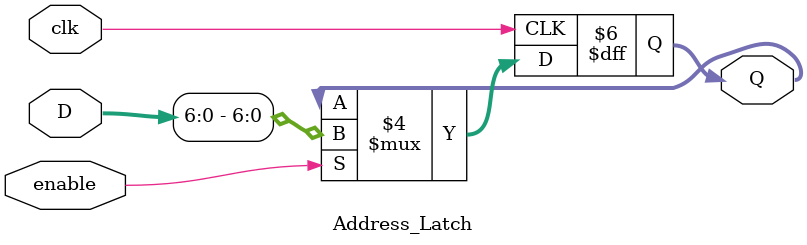
<source format=v>
module Address_Latch(
input [7:0] D,
input clk,
input enable,
output reg[6:0] Q
);
    initial Q =  0;
    always @ (posedge clk) begin
        if (enable)begin
            Q <= D[6:0];
            end
         else begin
            Q <= Q;
        end
    end
endmodule
</source>
